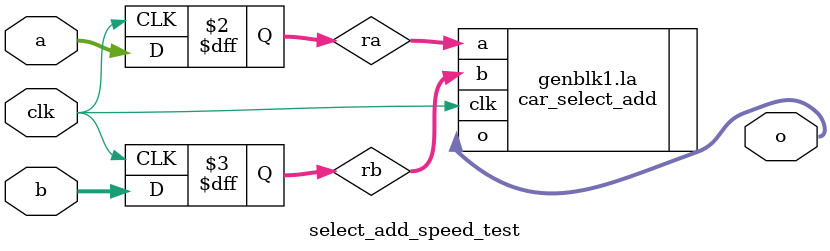
<source format=v>


module select_add_speed_test (clk,a,b,o);

parameter BLOCK_SIZE = 14;
parameter NUM_BLOCKS = 4;
parameter DAT_WIDTH = BLOCK_SIZE * NUM_BLOCKS;

parameter METHOD = 0;

input clk;
input [DAT_WIDTH-1:0] a,b;
output [DAT_WIDTH:0] o;

reg [DAT_WIDTH-1:0] ra,rb;
reg [DAT_WIDTH:0] ro;

always @(posedge clk) begin
    ra <= a;
    rb <= b;
end

generate

if (METHOD == 0) begin

  car_select_add la (.clk(clk),.a(ra),.b(rb),.o(o));
     defparam la .BLOCK_SIZE = BLOCK_SIZE;
     defparam la .NUM_BLOCKS = NUM_BLOCKS;
end
else begin
  always @(posedge clk) begin
	ro <= ra + rb;
  end	
  assign o = ro;
end
endgenerate

endmodule 
</source>
